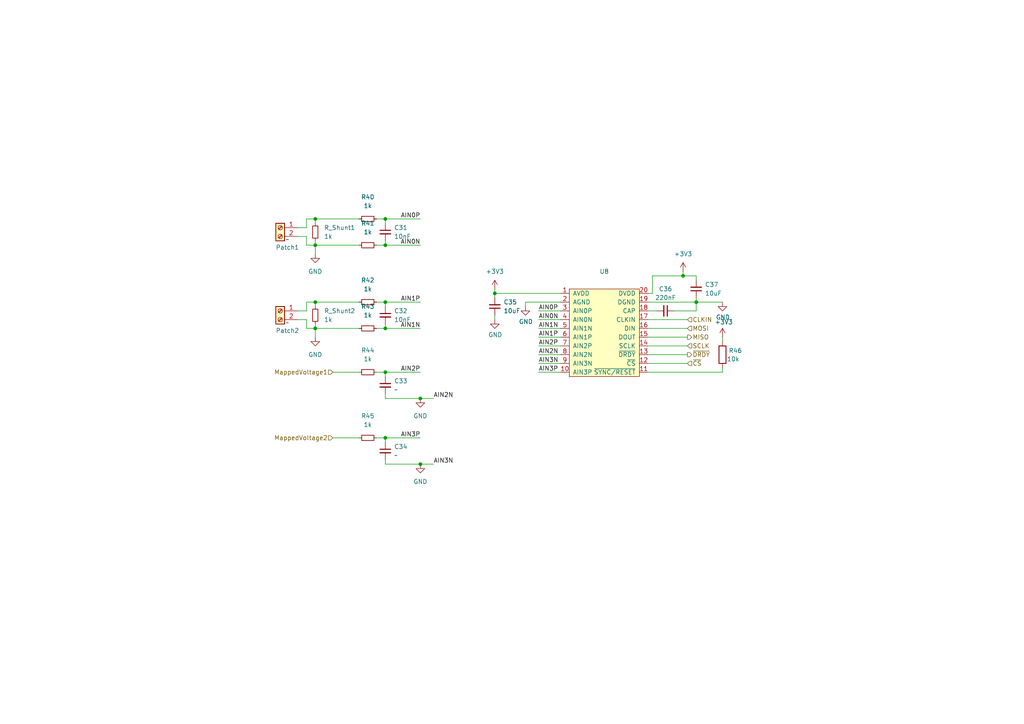
<source format=kicad_sch>
(kicad_sch (version 20211123) (generator eeschema)
  (paper "A4")
  (lib_symbols
    (symbol "Connector:Screw_Terminal_01x02" (pin_names (offset 1.016) hide)
      (property "Reference" "J" (at 0 2.54 0))
      (property "Value" "Screw_Terminal_01x02" (at 0 -5.08 0))
      (symbol "Screw_Terminal_01x02_1_1"
        (rectangle (start -1.27 1.27) (end 1.27 -3.81) (stroke (width 0.254)) (fill (type background)))
        (circle (center 0 -2.54) (radius 0.635) (stroke (width 0.1524)))
        (polyline (pts (xy -0.5334 -2.2098) (xy 0.3302 -3.048)) (stroke (width 0.1524)))
        (polyline (pts (xy -0.5334 0.3302) (xy 0.3302 -0.508)) (stroke (width 0.1524)))
        (polyline (pts (xy -0.3556 -2.032) (xy 0.508 -2.8702)) (stroke (width 0.1524)))
        (polyline (pts (xy -0.3556 0.508) (xy 0.508 -0.3302)) (stroke (width 0.1524)))
        (circle (center 0 0) (radius 0.635) (stroke (width 0.1524)))
        (pin passive line (at -5.08 0 0) (length 3.81) (name "Pin_1") (number "1"))
        (pin passive line (at -5.08 -2.54 0) (length 3.81) (name "Pin_2") (number "2"))
      )
    )
    (symbol "Device:C_Small" (pin_numbers hide) (pin_names (offset 0.254) hide)
      (property "Reference" "C" (at 0.254 1.778 0))
      (property "Value" "C_Small" (at 0.254 -2.032 0))
      (symbol "C_Small_0_1"
        (polyline (pts (xy -1.524 -0.508) (xy 1.524 -0.508)) (stroke (width 0.3302)))
        (polyline (pts (xy -1.524 0.508) (xy 1.524 0.508)) (stroke (width 0.3048)))
      )
      (symbol "C_Small_1_1"
        (pin passive line (at 0 2.54 270) (length 2.032) (name "~") (number "1"))
        (pin passive line (at 0 -2.54 90) (length 2.032) (name "~") (number "2"))
      )
    )
    (symbol "Device:R" (pin_numbers hide) (pin_names (offset 0))
      (property "Reference" "R" (at 2.032 0 90))
      (property "Value" "R" (at 0 0 90))
      (symbol "R_0_1"
        (rectangle (start -1.016 -2.54) (end 1.016 2.54) (stroke (width 0.254)))
      )
      (symbol "R_1_1"
        (pin passive line (at 0 3.81 270) (length 1.27) (name "~") (number "1"))
        (pin passive line (at 0 -3.81 90) (length 1.27) (name "~") (number "2"))
      )
    )
    (symbol "Device:R_Small" (pin_numbers hide) (pin_names (offset 0.254) hide)
      (property "Reference" "R" (at 0.762 0.508 0))
      (property "Value" "R_Small" (at 0.762 -1.016 0))
      (symbol "R_Small_0_1"
        (rectangle (start -0.762 1.778) (end 0.762 -1.778) (stroke (width 0.2032)))
      )
      (symbol "R_Small_1_1"
        (pin passive line (at 0 2.54 270) (length 0.762) (name "~") (number "1"))
        (pin passive line (at 0 -2.54 90) (length 0.762) (name "~") (number "2"))
      )
    )
    (symbol "iclr:ADS131M04" (pin_names (offset 1.016))
      (property "Reference" "U" (at -2.54 13.97 0))
      (property "Value" "ADS131M04" (at 1.27 -13.97 0))
      (symbol "ADS131M04_0_1"
        (rectangle (start -10.16 12.7) (end 10.16 -12.7) (fill (type background)))
      )
      (symbol "ADS131M04_1_1"
        (pin power_in line (at -12.7 11.43 0) (length 2.54) (name "AVDD") (number "1"))
        (pin input line (at -12.7 -11.43 0) (length 2.54) (name "AIN3P") (number "10"))
        (pin input line (at 12.7 -11.43 180) (length 2.54) (name "~{SYNC/RESET}") (number "11"))
        (pin input line (at 12.7 -8.89 180) (length 2.54) (name "~{CS}") (number "12"))
        (pin output line (at 12.7 -6.35 180) (length 2.54) (name "~{DRDY}") (number "13"))
        (pin input line (at 12.7 -3.81 180) (length 2.54) (name "SCLK") (number "14"))
        (pin output line (at 12.7 -1.27 180) (length 2.54) (name "DOUT") (number "15"))
        (pin input line (at 12.7 1.27 180) (length 2.54) (name "DIN") (number "16"))
        (pin input line (at 12.7 3.81 180) (length 2.54) (name "CLKIN") (number "17"))
        (pin output line (at 12.7 6.35 180) (length 2.54) (name "CAP") (number "18"))
        (pin power_in line (at 12.7 8.89 180) (length 2.54) (name "DGND") (number "19"))
        (pin power_in line (at -12.7 8.89 0) (length 2.54) (name "AGND") (number "2"))
        (pin power_in line (at 12.7 11.43 180) (length 2.54) (name "DVDD") (number "20"))
        (pin input line (at -12.7 6.35 0) (length 2.54) (name "AIN0P") (number "3"))
        (pin input line (at -12.7 3.81 0) (length 2.54) (name "AIN0N") (number "4"))
        (pin input line (at -12.7 1.27 0) (length 2.54) (name "AIN1N") (number "5"))
        (pin input line (at -12.7 -1.27 0) (length 2.54) (name "AIN1P") (number "6"))
        (pin input line (at -12.7 -3.81 0) (length 2.54) (name "AIN2P") (number "7"))
        (pin input line (at -12.7 -6.35 0) (length 2.54) (name "AIN2N") (number "8"))
        (pin input line (at -12.7 -8.89 0) (length 2.54) (name "AIN3N") (number "9"))
      )
    )
    (symbol "power:+3.3V" (power) (pin_names (offset 0))
      (property "Value" "+3.3V" (at 0 3.556 0))
      (symbol "+3.3V_0_1"
        (polyline (pts (xy -0.762 1.27) (xy 0 2.54)))
        (polyline (pts (xy 0 0) (xy 0 2.54)))
        (polyline (pts (xy 0 2.54) (xy 0.762 1.27)))
      )
      (symbol "+3.3V_1_1"
        (pin power_in line (at 0 0 90) (length 0) hide (name "+3V3") (number "1"))
      )
    )
    (symbol "power:+3V3" (power) (pin_names (offset 0))
      (property "Value" "+3V3" (at 0 3.556 0))
      (symbol "+3V3_0_1"
        (polyline (pts (xy -0.762 1.27) (xy 0 2.54)))
        (polyline (pts (xy 0 0) (xy 0 2.54)))
        (polyline (pts (xy 0 2.54) (xy 0.762 1.27)))
      )
      (symbol "+3V3_1_1"
        (pin power_in line (at 0 0 90) (length 0) hide (name "+3V3") (number "1"))
      )
    )
    (symbol "power:GND" (power) (pin_names (offset 0))
      (property "Value" "GND" (at 0 -3.81 0))
      (symbol "GND_0_1"
        (polyline (pts (xy 0 0) (xy 0 -1.27) (xy 1.27 -1.27) (xy 0 -2.54) (xy -1.27 -1.27) (xy 0 -1.27)))
      )
      (symbol "GND_1_1"
        (pin power_in line (at 0 0 270) (length 0) hide (name "GND") (number "1"))
      )
    )
  )
  (junction (at 111.76 63.5))
  (junction (at 91.44 71.12))
  (junction (at 121.92 115.57))
  (junction (at 91.44 87.63))
  (junction (at 111.76 71.12))
  (junction (at 91.44 95.25))
  (junction (at 121.92 134.62))
  (junction (at 201.93 87.63))
  (junction (at 143.51 85.09))
  (junction (at 111.76 87.63))
  (junction (at 91.44 63.5))
  (junction (at 111.76 127))
  (junction (at 111.76 107.95))
  (junction (at 198.12 80.01))
  (junction (at 111.76 95.25))
  (wire (pts (xy 111.76 69.85) (xy 111.76 71.12)))
  (wire (pts (xy 91.44 93.98) (xy 91.44 95.25)))
  (wire (pts (xy 88.9 71.12) (xy 91.44 71.12)))
  (wire (pts (xy 91.44 63.5) (xy 91.44 64.77)))
  (wire (pts (xy 201.93 87.63) (xy 209.55 87.63)))
  (wire (pts (xy 199.39 105.41) (xy 187.96 105.41)))
  (wire (pts (xy 109.22 63.5) (xy 111.76 63.5)))
  (wire (pts (xy 162.56 105.41) (xy 156.21 105.41)))
  (wire (pts (xy 209.55 106.68) (xy 209.55 107.95)))
  (wire (pts (xy 109.22 87.63) (xy 111.76 87.63)))
  (wire (pts (xy 152.4 88.9) (xy 152.4 87.63)))
  (wire (pts (xy 96.52 107.95) (xy 104.14 107.95)))
  (wire (pts (xy 109.22 107.95) (xy 111.76 107.95)))
  (wire (pts (xy 88.9 95.25) (xy 91.44 95.25)))
  (wire (pts (xy 111.76 107.95) (xy 111.76 109.22)))
  (wire (pts (xy 121.92 115.57) (xy 111.76 115.57)))
  (wire (pts (xy 111.76 127) (xy 111.76 128.27)))
  (wire (pts (xy 187.96 87.63) (xy 201.93 87.63)))
  (wire (pts (xy 152.4 87.63) (xy 162.56 87.63)))
  (wire (pts (xy 187.96 100.33) (xy 199.39 100.33)))
  (wire (pts (xy 88.9 90.17) (xy 88.9 87.63)))
  (wire (pts (xy 111.76 95.25) (xy 121.92 95.25)))
  (wire (pts (xy 201.93 86.36) (xy 201.93 87.63)))
  (wire (pts (xy 111.76 134.62) (xy 111.76 133.35)))
  (wire (pts (xy 198.12 78.74) (xy 198.12 80.01)))
  (wire (pts (xy 162.56 92.71) (xy 156.21 92.71)))
  (wire (pts (xy 162.56 102.87) (xy 156.21 102.87)))
  (wire (pts (xy 143.51 91.44) (xy 143.51 92.71)))
  (wire (pts (xy 91.44 63.5) (xy 104.14 63.5)))
  (wire (pts (xy 143.51 85.09) (xy 162.56 85.09)))
  (wire (pts (xy 187.96 85.09) (xy 189.23 85.09)))
  (wire (pts (xy 88.9 68.58) (xy 88.9 71.12)))
  (wire (pts (xy 109.22 95.25) (xy 111.76 95.25)))
  (wire (pts (xy 111.76 93.98) (xy 111.76 95.25)))
  (wire (pts (xy 121.92 134.62) (xy 111.76 134.62)))
  (wire (pts (xy 91.44 71.12) (xy 91.44 73.66)))
  (wire (pts (xy 91.44 87.63) (xy 104.14 87.63)))
  (wire (pts (xy 111.76 107.95) (xy 121.92 107.95)))
  (wire (pts (xy 187.96 95.25) (xy 199.39 95.25)))
  (wire (pts (xy 86.36 90.17) (xy 88.9 90.17)))
  (wire (pts (xy 86.36 66.04) (xy 88.9 66.04)))
  (wire (pts (xy 187.96 102.87) (xy 199.39 102.87)))
  (wire (pts (xy 111.76 63.5) (xy 121.92 63.5)))
  (wire (pts (xy 91.44 69.85) (xy 91.44 71.12)))
  (wire (pts (xy 187.96 107.95) (xy 209.55 107.95)))
  (wire (pts (xy 162.56 107.95) (xy 156.21 107.95)))
  (wire (pts (xy 189.23 80.01) (xy 198.12 80.01)))
  (wire (pts (xy 111.76 71.12) (xy 121.92 71.12)))
  (wire (pts (xy 109.22 127) (xy 111.76 127)))
  (wire (pts (xy 195.58 90.17) (xy 201.93 90.17)))
  (wire (pts (xy 162.56 97.79) (xy 156.21 97.79)))
  (wire (pts (xy 121.92 115.57) (xy 125.73 115.57)))
  (wire (pts (xy 187.96 92.71) (xy 199.39 92.71)))
  (wire (pts (xy 121.92 134.62) (xy 125.73 134.62)))
  (wire (pts (xy 111.76 115.57) (xy 111.76 114.3)))
  (wire (pts (xy 111.76 87.63) (xy 121.92 87.63)))
  (wire (pts (xy 162.56 90.17) (xy 156.21 90.17)))
  (wire (pts (xy 198.12 80.01) (xy 201.93 80.01)))
  (wire (pts (xy 143.51 85.09) (xy 143.51 86.36)))
  (wire (pts (xy 162.56 95.25) (xy 156.21 95.25)))
  (wire (pts (xy 91.44 95.25) (xy 91.44 97.79)))
  (wire (pts (xy 201.93 80.01) (xy 201.93 81.28)))
  (wire (pts (xy 111.76 87.63) (xy 111.76 88.9)))
  (wire (pts (xy 91.44 71.12) (xy 104.14 71.12)))
  (wire (pts (xy 162.56 100.33) (xy 156.21 100.33)))
  (wire (pts (xy 111.76 63.5) (xy 111.76 64.77)))
  (wire (pts (xy 96.52 127) (xy 104.14 127)))
  (wire (pts (xy 209.55 97.79) (xy 209.55 99.06)))
  (wire (pts (xy 88.9 63.5) (xy 91.44 63.5)))
  (wire (pts (xy 187.96 90.17) (xy 190.5 90.17)))
  (wire (pts (xy 88.9 92.71) (xy 88.9 95.25)))
  (wire (pts (xy 91.44 87.63) (xy 91.44 88.9)))
  (wire (pts (xy 86.36 68.58) (xy 88.9 68.58)))
  (wire (pts (xy 109.22 71.12) (xy 111.76 71.12)))
  (wire (pts (xy 187.96 97.79) (xy 199.39 97.79)))
  (wire (pts (xy 88.9 87.63) (xy 91.44 87.63)))
  (wire (pts (xy 189.23 80.01) (xy 189.23 85.09)))
  (wire (pts (xy 143.51 83.82) (xy 143.51 85.09)))
  (wire (pts (xy 201.93 87.63) (xy 201.93 90.17)))
  (wire (pts (xy 88.9 66.04) (xy 88.9 63.5)))
  (wire (pts (xy 86.36 92.71) (xy 88.9 92.71)))
  (wire (pts (xy 91.44 95.25) (xy 104.14 95.25)))
  (wire (pts (xy 111.76 127) (xy 121.92 127)))
  (label "AIN2N" (at 156.21 102.87 0))
  (label "AIN2N" (at 125.73 115.57 0))
  (label "AIN3P" (at 156.21 107.95 0))
  (label "AIN0P" (at 156.21 90.17 0))
  (label "AIN1N" (at 121.92 95.25 180))
  (label "AIN2P" (at 121.92 107.95 180))
  (label "AIN1P" (at 121.92 87.63 180))
  (label "AIN0N" (at 121.92 71.12 180))
  (label "AIN3N" (at 125.73 134.62 0))
  (label "AIN0N" (at 156.21 92.71 0))
  (label "AIN2P" (at 156.21 100.33 0))
  (label "AIN3P" (at 121.92 127 180))
  (label "AIN1N" (at 156.21 95.25 0))
  (label "AIN0P" (at 121.92 63.5 180))
  (label "AIN1P" (at 156.21 97.79 0))
  (label "AIN3N" (at 156.21 105.41 0))
  (hierarchical_label "MISO" (shape output) (at 199.39 97.79 0))
  (hierarchical_label "~{CS}" (shape input) (at 199.39 105.41 0))
  (hierarchical_label "CLKIN" (shape input) (at 199.39 92.71 0))
  (hierarchical_label "MOSI" (shape input) (at 199.39 95.25 0))
  (hierarchical_label "~{DRDY}" (shape output) (at 199.39 102.87 0))
  (hierarchical_label "MappedVoltage1" (shape input) (at 96.52 107.95 180))
  (hierarchical_label "MappedVoltage2" (shape input) (at 96.52 127 180))
  (hierarchical_label "SCLK" (shape input) (at 199.39 100.33 0))
  (symbol (lib_id "Device:R_Small") (at 106.68 95.25 90) (unit 1)
    (property "Reference" "R43" (at 106.68 88.9 90))
    (property "Value" "1k" (at 106.68 91.44 90))
  )
  (symbol (lib_id "Device:C_Small") (at 111.76 111.76 0) (unit 1)
    (property "Reference" "C33" (at 114.3 110.4962 0) (effects (justify left)))
    (property "Value" "~" (at 114.3 113.0362 0) (effects (justify left)))
  )
  (symbol (lib_id "Device:R_Small") (at 106.68 107.95 270) (unit 1)
    (property "Reference" "R44" (at 106.68 101.6 90))
    (property "Value" "1k" (at 106.68 104.14 90))
  )
  (symbol (lib_id "Device:R_Small") (at 106.68 127 270) (unit 1)
    (property "Reference" "R45" (at 106.68 120.65 90))
    (property "Value" "1k" (at 106.68 123.19 90))
  )
  (symbol (lib_id "power:GND") (at 91.44 97.79 0) (unit 1)
    (property "Reference" "#PWR025" (effects hide))
    (property "Value" "~" (at 91.44 102.87 0))
  )
  (symbol (lib_id "Device:R_Small") (at 91.44 67.31 0) (unit 1)
    (property "Reference" "R_Shunt1" (at 93.98 66.0399 0) (effects (justify left)))
    (property "Value" "1k" (at 93.98 68.5799 0) (effects (justify left)))
  )
  (symbol (lib_id "power:+3.3V") (at 198.12 78.74 0) (unit 1)
    (property "Reference" "#PWR031" (effects hide))
    (property "Value" "+3.3V" (at 198.12 73.66 0))
  )
  (symbol (lib_id "power:+3.3V") (at 143.51 83.82 0) (unit 1)
    (property "Reference" "#PWR028" (effects hide))
    (property "Value" "+3.3V" (at 143.51 78.74 0))
  )
  (symbol (lib_id "power:GND") (at 143.51 92.71 0) (unit 1)
    (property "Reference" "#PWR029" (effects hide))
    (property "Value" "~" (at 143.637 97.1042 0))
  )
  (symbol (lib_id "Device:C_Small") (at 143.51 88.9 180) (unit 1)
    (property "Reference" "C35" (at 146.05 87.6235 0) (effects (justify right)))
    (property "Value" "10uF" (at 146.05 90.1635 0) (effects (justify right)))
  )
  (symbol (lib_id "power:GND") (at 121.92 134.62 0) (unit 1)
    (property "Reference" "#PWR027" (effects hide))
    (property "Value" "~" (at 121.92 139.7 0))
  )
  (symbol (lib_id "Device:R") (at 209.55 102.87 180) (unit 1)
    (property "Reference" "R46" (at 211.328 101.7016 0) (effects (justify right)))
    (property "Value" "10k" (at 210.82 104.14 0) (effects (justify right)))
  )
  (symbol (lib_id "power:GND") (at 152.4 88.9 0) (unit 1)
    (property "Reference" "#PWR030" (effects hide))
    (property "Value" "~" (at 152.527 93.2942 0))
  )
  (symbol (lib_id "Device:C_Small") (at 111.76 91.44 0) (unit 1)
    (property "Reference" "C32" (at 114.3 90.1762 0) (effects (justify left)))
    (property "Value" "10nF" (at 114.3 92.7162 0) (effects (justify left)))
  )
  (symbol (lib_id "power:GND") (at 121.92 115.57 0) (unit 1)
    (property "Reference" "#PWR026" (effects hide))
    (property "Value" "~" (at 121.92 120.65 0))
  )
  (symbol (lib_id "Device:R_Small") (at 106.68 63.5 270) (unit 1)
    (property "Reference" "R40" (at 106.68 57.15 90))
    (property "Value" "1k" (at 106.68 59.69 90))
  )
  (symbol (lib_id "power:GND") (at 91.44 73.66 0) (unit 1)
    (property "Reference" "#PWR024" (effects hide))
    (property "Value" "GND" (at 91.44 78.74 0))
  )
  (symbol (lib_id "Device:C_Small") (at 111.76 67.31 0) (unit 1)
    (property "Reference" "C31" (at 114.3 66.0462 0) (effects (justify left)))
    (property "Value" "10nF" (at 114.3 68.5862 0) (effects (justify left)))
  )
  (symbol (lib_id "Device:R_Small") (at 91.44 91.44 0) (unit 1)
    (property "Reference" "R_Shunt2" (at 93.98 90.1699 0) (effects (justify left)))
    (property "Value" "1k" (at 93.98 92.7099 0) (effects (justify left)))
  )
  (symbol (lib_id "Connector:Screw_Terminal_01x02") (at 81.28 90.17 0) (mirror y) (unit 1)
    (property "Reference" "Patch2" (at 83.3628 95.885 0))
    (property "Value" "~" (at 83.3628 93.5736 0))
  )
  (symbol (lib_id "Device:R_Small") (at 106.68 71.12 90) (unit 1)
    (property "Reference" "R41" (at 106.68 64.77 90))
    (property "Value" "1k" (at 106.68 67.31 90))
  )
  (symbol (lib_id "Connector:Screw_Terminal_01x02") (at 81.28 66.04 0) (mirror y) (unit 1)
    (property "Reference" "Patch1" (at 83.3628 71.755 0))
    (property "Value" "~" (at 83.3628 69.4436 0))
  )
  (symbol (lib_id "Device:C_Small") (at 201.93 83.82 180) (unit 1)
    (property "Reference" "C37" (at 204.47 82.5435 0) (effects (justify right)))
    (property "Value" "10uF" (at 204.47 85.0835 0) (effects (justify right)))
  )
  (symbol (lib_id "power:+3V3") (at 209.55 97.79 0) (unit 1)
    (property "Reference" "#PWR033" (effects hide))
    (property "Value" "~" (at 209.931 93.3958 0))
  )
  (symbol (lib_id "Device:C_Small") (at 193.04 90.17 270) (unit 1)
    (property "Reference" "C36" (at 193.0336 83.82 90))
    (property "Value" "220nF" (at 193.0336 86.36 90))
  )
  (symbol (lib_id "iclr:ADS131M04") (at 175.26 96.52 0) (unit 1)
    (property "Reference" "U8" (at 175.26 78.74 0))
  )
  (symbol (lib_id "power:GND") (at 209.55 87.63 0) (unit 1)
    (property "Reference" "#PWR032" (effects hide))
    (property "Value" "~" (at 209.677 92.0242 0))
  )
  (symbol (lib_id "Device:C_Small") (at 111.76 130.81 0) (unit 1)
    (property "Reference" "C34" (at 114.3 129.5462 0) (effects (justify left)))
    (property "Value" "~" (at 114.3 132.0862 0) (effects (justify left)))
  )
  (symbol (lib_id "Device:R_Small") (at 106.68 87.63 270) (unit 1)
    (property "Reference" "R42" (at 106.68 81.28 90))
    (property "Value" "1k" (at 106.68 83.82 90))
  )
)
</source>
